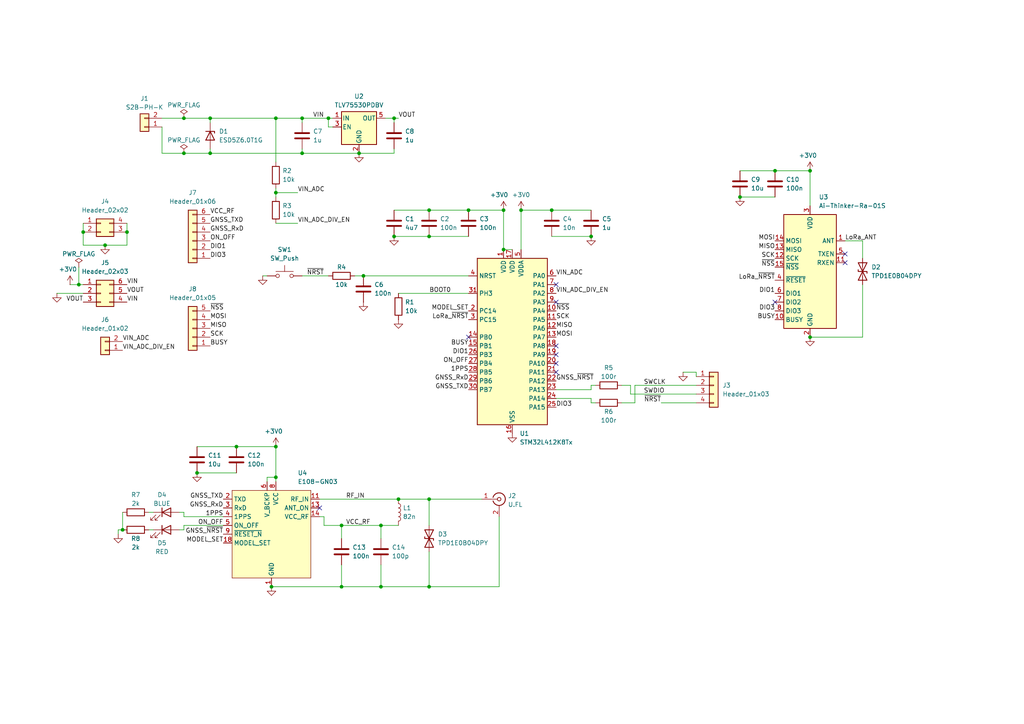
<source format=kicad_sch>
(kicad_sch (version 20250114) (generator "eeschema") (generator_version "9.0")
  (paper "A4")
  (title_block (title "CatLink Tracker Eval") (date "2025-09-01") (rev "v0.2"))
  (lib_symbols
    (symbol "Connector:Conn_Coaxial" (pin_names (offset 1.016) (hide yes))
      (property "Reference" "J" (at 0.254 3.048 0))
      (property "Value" "Conn_Coaxial" (at 2.921 0 90))
      (symbol "Conn_Coaxial_0_1"
        (polyline (pts (xy -2.54 0) (xy -0.508 0)))
        (arc (start 1.778 0) (mid 0.222 -1.8079) (end -1.778 -0.508) (stroke (width 0.254)))
        (arc (start -1.778 0.508) (mid 0.2221 1.8084) (end 1.778 0) (stroke (width 0.254)))
        (circle (center 0 0) (radius 0.508) (stroke (width 0.2032)))
        (polyline (pts (xy 0 -2.54) (xy 0 -1.778)))
      )
      (symbol "Conn_Coaxial_1_1"
        (pin passive line (at -5.08 0 0) (length 2.54) (name "In") (number "1"))
        (pin passive line (at 0 -5.08 90) (length 2.54) (name "Ext") (number "2"))
      )
    )
    (symbol "Connector_Generic:Conn_01x02" (pin_names (offset 1.016) (hide yes))
      (property "Reference" "J" (at 0 2.54 0))
      (property "Value" "Conn_01x02" (at 0 -5.08 0))
      (symbol "Conn_01x02_1_1"
        (rectangle (start -1.27 1.27) (end 1.27 -3.81) (stroke (width 0.254)) (fill (type background)))
        (rectangle (start -1.27 0.127) (end 0 -0.127) (stroke (width 0.1524)))
        (rectangle (start -1.27 -2.413) (end 0 -2.667) (stroke (width 0.1524)))
        (pin passive line (at -5.08 0 0) (length 3.81) (name "Pin_1") (number "1"))
        (pin passive line (at -5.08 -2.54 0) (length 3.81) (name "Pin_2") (number "2"))
      )
    )
    (symbol "Connector_Generic:Conn_01x04" (pin_names (offset 1.016) (hide yes))
      (property "Reference" "J" (at 0 5.08 0))
      (property "Value" "Conn_01x04" (at 0 -7.62 0))
      (symbol "Conn_01x04_1_1"
        (rectangle (start -1.27 3.81) (end 1.27 -6.35) (stroke (width 0.254)) (fill (type background)))
        (rectangle (start -1.27 2.667) (end 0 2.413) (stroke (width 0.1524)))
        (rectangle (start -1.27 0.127) (end 0 -0.127) (stroke (width 0.1524)))
        (rectangle (start -1.27 -2.413) (end 0 -2.667) (stroke (width 0.1524)))
        (rectangle (start -1.27 -4.953) (end 0 -5.207) (stroke (width 0.1524)))
        (pin passive line (at -5.08 2.54 0) (length 3.81) (name "Pin_1") (number "1"))
        (pin passive line (at -5.08 0 0) (length 3.81) (name "Pin_2") (number "2"))
        (pin passive line (at -5.08 -2.54 0) (length 3.81) (name "Pin_3") (number "3"))
        (pin passive line (at -5.08 -5.08 0) (length 3.81) (name "Pin_4") (number "4"))
      )
    )
    (symbol "Connector_Generic:Conn_01x05" (pin_names (offset 1.016) (hide yes))
      (property "Reference" "J" (at 0 7.62 0))
      (property "Value" "Conn_01x05" (at 0 -7.62 0))
      (symbol "Conn_01x05_1_1"
        (rectangle (start -1.27 6.35) (end 1.27 -6.35) (stroke (width 0.254)) (fill (type background)))
        (rectangle (start -1.27 5.207) (end 0 4.953) (stroke (width 0.1524)))
        (rectangle (start -1.27 2.667) (end 0 2.413) (stroke (width 0.1524)))
        (rectangle (start -1.27 0.127) (end 0 -0.127) (stroke (width 0.1524)))
        (rectangle (start -1.27 -2.413) (end 0 -2.667) (stroke (width 0.1524)))
        (rectangle (start -1.27 -4.953) (end 0 -5.207) (stroke (width 0.1524)))
        (pin passive line (at -5.08 5.08 0) (length 3.81) (name "Pin_1") (number "1"))
        (pin passive line (at -5.08 2.54 0) (length 3.81) (name "Pin_2") (number "2"))
        (pin passive line (at -5.08 0 0) (length 3.81) (name "Pin_3") (number "3"))
        (pin passive line (at -5.08 -2.54 0) (length 3.81) (name "Pin_4") (number "4"))
        (pin passive line (at -5.08 -5.08 0) (length 3.81) (name "Pin_5") (number "5"))
      )
    )
    (symbol "Connector_Generic:Conn_01x06" (pin_names (offset 1.016) (hide yes))
      (property "Reference" "J" (at 0 7.62 0))
      (property "Value" "Conn_01x06" (at 0 -10.16 0))
      (symbol "Conn_01x06_1_1"
        (rectangle (start -1.27 6.35) (end 1.27 -8.89) (stroke (width 0.254)) (fill (type background)))
        (rectangle (start -1.27 5.207) (end 0 4.953) (stroke (width 0.1524)))
        (rectangle (start -1.27 2.667) (end 0 2.413) (stroke (width 0.1524)))
        (rectangle (start -1.27 0.127) (end 0 -0.127) (stroke (width 0.1524)))
        (rectangle (start -1.27 -2.413) (end 0 -2.667) (stroke (width 0.1524)))
        (rectangle (start -1.27 -4.953) (end 0 -5.207) (stroke (width 0.1524)))
        (rectangle (start -1.27 -7.493) (end 0 -7.747) (stroke (width 0.1524)))
        (pin passive line (at -5.08 5.08 0) (length 3.81) (name "Pin_1") (number "1"))
        (pin passive line (at -5.08 2.54 0) (length 3.81) (name "Pin_2") (number "2"))
        (pin passive line (at -5.08 0 0) (length 3.81) (name "Pin_3") (number "3"))
        (pin passive line (at -5.08 -2.54 0) (length 3.81) (name "Pin_4") (number "4"))
        (pin passive line (at -5.08 -5.08 0) (length 3.81) (name "Pin_5") (number "5"))
        (pin passive line (at -5.08 -7.62 0) (length 3.81) (name "Pin_6") (number "6"))
      )
    )
    (symbol "Connector_Generic:Conn_02x02_Counter_Clockwise" (pin_names (offset 1.016) (hide yes))
      (property "Reference" "J" (at 1.27 2.54 0))
      (property "Value" "Conn_02x02_Counter_Clockwise" (at 1.27 -5.08 0))
      (symbol "Conn_02x02_Counter_Clockwise_1_1"
        (rectangle (start -1.27 1.27) (end 3.81 -3.81) (stroke (width 0.254)) (fill (type background)))
        (rectangle (start -1.27 0.127) (end 0 -0.127) (stroke (width 0.1524)))
        (rectangle (start -1.27 -2.413) (end 0 -2.667) (stroke (width 0.1524)))
        (rectangle (start 3.81 0.127) (end 2.54 -0.127) (stroke (width 0.1524)))
        (rectangle (start 3.81 -2.413) (end 2.54 -2.667) (stroke (width 0.1524)))
        (pin passive line (at -5.08 0 0) (length 3.81) (name "Pin_1") (number "1"))
        (pin passive line (at -5.08 -2.54 0) (length 3.81) (name "Pin_2") (number "2"))
        (pin passive line (at 7.62 0 180) (length 3.81) (name "Pin_4") (number "4"))
        (pin passive line (at 7.62 -2.54 180) (length 3.81) (name "Pin_3") (number "3"))
      )
    )
    (symbol "Connector_Generic:Conn_02x03_Counter_Clockwise" (pin_names (offset 1.016) (hide yes))
      (property "Reference" "J" (at 1.27 5.08 0))
      (property "Value" "Conn_02x03_Counter_Clockwise" (at 1.27 -5.08 0))
      (symbol "Conn_02x03_Counter_Clockwise_1_1"
        (rectangle (start -1.27 3.81) (end 3.81 -3.81) (stroke (width 0.254)) (fill (type background)))
        (rectangle (start -1.27 2.667) (end 0 2.413) (stroke (width 0.1524)))
        (rectangle (start -1.27 0.127) (end 0 -0.127) (stroke (width 0.1524)))
        (rectangle (start -1.27 -2.413) (end 0 -2.667) (stroke (width 0.1524)))
        (rectangle (start 3.81 2.667) (end 2.54 2.413) (stroke (width 0.1524)))
        (rectangle (start 3.81 0.127) (end 2.54 -0.127) (stroke (width 0.1524)))
        (rectangle (start 3.81 -2.413) (end 2.54 -2.667) (stroke (width 0.1524)))
        (pin passive line (at -5.08 2.54 0) (length 3.81) (name "Pin_1") (number "1"))
        (pin passive line (at -5.08 0 0) (length 3.81) (name "Pin_2") (number "2"))
        (pin passive line (at -5.08 -2.54 0) (length 3.81) (name "Pin_3") (number "3"))
        (pin passive line (at 7.62 2.54 180) (length 3.81) (name "Pin_6") (number "6"))
        (pin passive line (at 7.62 0 180) (length 3.81) (name "Pin_5") (number "5"))
        (pin passive line (at 7.62 -2.54 180) (length 3.81) (name "Pin_4") (number "4"))
      )
    )
    (symbol "Custom:Ai-Thinker-Ra-01S"
      (property "Reference" "U" (at -7.62 17.78 0))
      (property "Value" "Ai-Thinker-Ra-01S" (at 13.462 17.78 0))
      (symbol "Ai-Thinker-Ra-01S_0_1"
        (rectangle (start -7.62 16.51) (end 7.62 -16.51) (stroke (width 0.254)) (fill (type background)))
      )
      (symbol "Ai-Thinker-Ra-01S_1_0"
        (pin passive line (at 10.16 8.89 180) (length 2.54) (name "ANT") (number "1"))
      )
      (symbol "Ai-Thinker-Ra-01S_1_1"
        (pin input line (at -10.16 8.89 0) (length 2.54) (name "MOSI") (number "14"))
        (pin output line (at -10.16 6.35 0) (length 2.54) (name "MISO") (number "13"))
        (pin input line (at -10.16 3.81 0) (length 2.54) (name "SCK") (number "12"))
        (pin input line (at -10.16 1.27 0) (length 2.54) (name "~{NSS}") (number "15"))
        (pin input line (at -10.16 -2.54 0) (length 2.54) (name "~{RESET}") (number "4"))
        (pin output line (at -10.16 -6.35 0) (length 2.54) (name "DIO1") (number "6"))
        (pin bidirectional line (at -10.16 -8.89 0) (length 2.54) (name "DIO2") (number "7"))
        (pin output line (at -10.16 -11.43 0) (length 2.54) (name "DIO3") (number "8"))
        (pin output line (at -10.16 -13.97 0) (length 2.54) (name "BUSY") (number "10"))
        (pin power_in line (at 0 19.05 270) (length 2.54) (name "VDD") (number "3"))
        (pin passive line (at 0 -19.05 90) (length 2.54) (hide yes) (name "GND") (number "16"))
        (pin power_in line (at 0 -19.05 90) (length 2.54) (name "GND") (number "2"))
        (pin passive line (at 0 -19.05 90) (length 2.54) (hide yes) (name "GND") (number "9"))
        (pin bidirectional line (at 10.16 5.08 180) (length 2.54) (name "TXEN") (number "5"))
        (pin bidirectional line (at 10.16 2.54 180) (length 2.54) (name "RXEN") (number "11"))
      )
    )
    (symbol "Custom:E108-GN03"
      (property "Reference" "U" (at -11.43 13.97 0))
      (property "Value" "E108-GN03" (at 13.97 13.97 0))
      (symbol "E108-GN03_1_0"
        (pin no_connect line (at 13.97 2.54 180) (length 2.54) (hide yes) (name "NC") (number "7"))
        (pin no_connect line (at 13.97 0 180) (length 2.54) (hide yes) (name "NC") (number "15"))
        (pin no_connect line (at 13.97 -2.54 180) (length 2.54) (hide yes) (name "NC") (number "16"))
        (pin no_connect line (at 13.97 -5.08 180) (length 2.54) (hide yes) (name "NC") (number "17"))
      )
      (symbol "E108-GN03_1_1"
        (rectangle (start -11.43 12.7) (end 11.43 -12.7) (fill (type color) (color 255 255 194 1)))
        (pin output line (at -13.97 10.16 0) (length 2.54) (name "TXD") (number "2"))
        (pin input line (at -13.97 7.62 0) (length 2.54) (name "RxD") (number "3"))
        (pin output line (at -13.97 5.08 0) (length 2.54) (name "1PPS") (number "4"))
        (pin input line (at -13.97 2.54 0) (length 2.54) (name "ON_OFF") (number "5"))
        (pin input line (at -13.97 0 0) (length 2.54) (name "~{RESET_N}") (number "9"))
        (pin input line (at -13.97 -2.54 0) (length 2.54) (name "MODEL_SET") (number "18"))
        (pin power_in line (at -1.27 15.24 270) (length 2.54) (name "V_BCKP") (number "6"))
        (pin power_in line (at 0 -15.24 90) (length 2.54) (name "GND") (number "1"))
        (pin passive line (at 0 -15.24 90) (length 2.54) (hide yes) (name "GND") (number "10"))
        (pin passive line (at 0 -15.24 90) (length 2.54) (hide yes) (name "GND") (number "12"))
        (pin power_in line (at 1.27 15.24 270) (length 2.54) (name "VCC") (number "8"))
        (pin input line (at 13.97 10.16 180) (length 2.54) (name "RF_IN") (number "11"))
        (pin output line (at 13.97 7.62 180) (length 2.54) (name "ANT_ON") (number "13"))
        (pin power_out line (at 13.97 5.08 180) (length 2.54) (name "VCC_RF") (number "14"))
      )
    )
    (symbol "Device:C" (pin_numbers (hide yes)) (pin_names (offset 0.254))
      (property "Reference" "C" (at 0.635 2.54 0))
      (property "Value" "C" (at 0.635 -2.54 0))
      (symbol "C_0_1"
        (polyline (pts (xy -2.032 0.762) (xy 2.032 0.762)) (stroke (width 0.508)))
        (polyline (pts (xy -2.032 -0.762) (xy 2.032 -0.762)) (stroke (width 0.508)))
      )
      (symbol "C_1_1"
        (pin passive line (at 0 3.81 270) (length 2.794) (name "~") (number "1"))
        (pin passive line (at 0 -3.81 90) (length 2.794) (name "~") (number "2"))
      )
    )
    (symbol "Device:D_TVS" (pin_numbers (hide yes)) (pin_names (offset 1.016) (hide yes))
      (property "Reference" "D" (at 0 2.54 0))
      (property "Value" "D_TVS" (at 0 -2.54 0))
      (symbol "D_TVS_0_1"
        (polyline (pts (xy -2.54 1.27) (xy -2.54 -1.27) (xy 2.54 1.27) (xy 2.54 -1.27) (xy -2.54 1.27)) (stroke (width 0.254)))
        (polyline (pts (xy 0.508 1.27) (xy 0 1.27) (xy 0 -1.27) (xy -0.508 -1.27)) (stroke (width 0.254)))
        (polyline (pts (xy 1.27 0) (xy -1.27 0)))
      )
      (symbol "D_TVS_1_1"
        (pin passive line (at -3.81 0 0) (length 2.54) (name "A1") (number "1"))
        (pin passive line (at 3.81 0 180) (length 2.54) (name "A2") (number "2"))
      )
    )
    (symbol "Device:D_Zener" (pin_numbers (hide yes)) (pin_names (offset 1.016) (hide yes))
      (property "Reference" "D" (at 0 2.54 0))
      (property "Value" "D_Zener" (at 0 -2.54 0))
      (symbol "D_Zener_0_1"
        (polyline (pts (xy -1.27 -1.27) (xy -1.27 1.27) (xy -0.762 1.27)) (stroke (width 0.254)))
        (polyline (pts (xy 1.27 0) (xy -1.27 0)))
        (polyline (pts (xy 1.27 -1.27) (xy 1.27 1.27) (xy -1.27 0) (xy 1.27 -1.27)) (stroke (width 0.254)))
      )
      (symbol "D_Zener_1_1"
        (pin passive line (at -3.81 0 0) (length 2.54) (name "K") (number "1"))
        (pin passive line (at 3.81 0 180) (length 2.54) (name "A") (number "2"))
      )
    )
    (symbol "Device:L" (pin_numbers (hide yes)) (pin_names (offset 1.016) (hide yes))
      (property "Reference" "L" (at -1.27 0 90))
      (property "Value" "L" (at 1.905 0 90))
      (symbol "L_0_1"
        (arc (start 0 2.54) (mid 0.6323 1.905) (end 0 1.27))
        (arc (start 0 1.27) (mid 0.6323 0.635) (end 0 0))
        (arc (start 0 0) (mid 0.6323 -0.635) (end 0 -1.27))
        (arc (start 0 -1.27) (mid 0.6323 -1.905) (end 0 -2.54))
      )
      (symbol "L_1_1"
        (pin passive line (at 0 3.81 270) (length 1.27) (name "1") (number "1"))
        (pin passive line (at 0 -3.81 90) (length 1.27) (name "2") (number "2"))
      )
    )
    (symbol "Device:LED" (pin_numbers (hide yes)) (pin_names (offset 1.016) (hide yes))
      (property "Reference" "D" (at 0 2.54 0))
      (property "Value" "LED" (at 0 -2.54 0))
      (symbol "LED_0_1"
        (polyline (pts (xy -3.048 -0.762) (xy -4.572 -2.286) (xy -3.81 -2.286) (xy -4.572 -2.286) (xy -4.572 -1.524)))
        (polyline (pts (xy -1.778 -0.762) (xy -3.302 -2.286) (xy -2.54 -2.286) (xy -3.302 -2.286) (xy -3.302 -1.524)))
        (polyline (pts (xy -1.27 0) (xy 1.27 0)))
        (polyline (pts (xy -1.27 -1.27) (xy -1.27 1.27)) (stroke (width 0.254)))
        (polyline (pts (xy 1.27 -1.27) (xy 1.27 1.27) (xy -1.27 0) (xy 1.27 -1.27)) (stroke (width 0.254)))
      )
      (symbol "LED_1_1"
        (pin passive line (at -3.81 0 0) (length 2.54) (name "K") (number "1"))
        (pin passive line (at 3.81 0 180) (length 2.54) (name "A") (number "2"))
      )
    )
    (symbol "Device:R" (pin_numbers (hide yes)) (pin_names (offset 0))
      (property "Reference" "R" (at 2.032 0 90))
      (property "Value" "R" (at 0 0 90))
      (symbol "R_0_1"
        (rectangle (start -1.016 -2.54) (end 1.016 2.54) (stroke (width 0.254)))
      )
      (symbol "R_1_1"
        (pin passive line (at 0 3.81 270) (length 1.27) (name "~") (number "1"))
        (pin passive line (at 0 -3.81 90) (length 1.27) (name "~") (number "2"))
      )
    )
    (symbol "MCU_ST_STM32L4:STM32L412K8Tx"
      (property "Reference" "U" (at -10.16 26.67 0))
      (property "Value" "STM32L412K8Tx" (at 5.08 26.67 0))
      (symbol "STM32L412K8Tx_0_1"
        (rectangle (start -10.16 -22.86) (end 10.16 25.4) (stroke (width 0.254)) (fill (type background)))
      )
      (symbol "STM32L412K8Tx_1_1"
        (pin input line (at -12.7 20.32 0) (length 2.54) (name "NRST") (number "4"))
        (pin bidirectional line (at -12.7 15.24 0) (length 2.54) (name "PH3") (number "31"))
        (pin bidirectional line (at -12.7 10.16 0) (length 2.54) (name "PC14") (number "2"))
        (pin bidirectional line (at -12.7 7.62 0) (length 2.54) (name "PC15") (number "3"))
        (pin bidirectional line (at -12.7 2.54 0) (length 2.54) (name "PB0") (number "14"))
        (pin bidirectional line (at -12.7 0 0) (length 2.54) (name "PB1") (number "15"))
        (pin bidirectional line (at -12.7 -2.54 0) (length 2.54) (name "PB3") (number "26"))
        (pin bidirectional line (at -12.7 -5.08 0) (length 2.54) (name "PB4") (number "27"))
        (pin bidirectional line (at -12.7 -7.62 0) (length 2.54) (name "PB5") (number "28"))
        (pin bidirectional line (at -12.7 -10.16 0) (length 2.54) (name "PB6") (number "29"))
        (pin bidirectional line (at -12.7 -12.7 0) (length 2.54) (name "PB7") (number "30"))
        (pin power_in line (at -2.54 27.94 270) (length 2.54) (name "VDD") (number "1"))
        (pin power_in line (at 0 27.94 270) (length 2.54) (name "VDD") (number "17"))
        (pin power_in line (at 0 -25.4 90) (length 2.54) (name "VSS") (number "16"))
        (pin passive line (at 0 -25.4 90) (length 2.54) (hide yes) (name "VSS") (number "32"))
        (pin power_in line (at 2.54 27.94 270) (length 2.54) (name "VDDA") (number "5"))
        (pin bidirectional line (at 12.7 20.32 180) (length 2.54) (name "PA0") (number "6"))
        (pin bidirectional line (at 12.7 17.78 180) (length 2.54) (name "PA1") (number "7"))
        (pin bidirectional line (at 12.7 15.24 180) (length 2.54) (name "PA2") (number "8"))
        (pin bidirectional line (at 12.7 12.7 180) (length 2.54) (name "PA3") (number "9"))
        (pin bidirectional line (at 12.7 10.16 180) (length 2.54) (name "PA4") (number "10"))
        (pin bidirectional line (at 12.7 7.62 180) (length 2.54) (name "PA5") (number "11"))
        (pin bidirectional line (at 12.7 5.08 180) (length 2.54) (name "PA6") (number "12"))
        (pin bidirectional line (at 12.7 2.54 180) (length 2.54) (name "PA7") (number "13"))
        (pin bidirectional line (at 12.7 0 180) (length 2.54) (name "PA8") (number "18"))
        (pin bidirectional line (at 12.7 -2.54 180) (length 2.54) (name "PA9") (number "19"))
        (pin bidirectional line (at 12.7 -5.08 180) (length 2.54) (name "PA10") (number "20"))
        (pin bidirectional line (at 12.7 -7.62 180) (length 2.54) (name "PA11") (number "21"))
        (pin bidirectional line (at 12.7 -10.16 180) (length 2.54) (name "PA12") (number "22"))
        (pin bidirectional line (at 12.7 -12.7 180) (length 2.54) (name "PA13") (number "23"))
        (pin bidirectional line (at 12.7 -15.24 180) (length 2.54) (name "PA14") (number "24"))
        (pin bidirectional line (at 12.7 -17.78 180) (length 2.54) (name "PA15") (number "25"))
      )
    )
    (symbol "Regulator_Linear:TLV75530PDBV" (pin_names (offset 0.254))
      (property "Reference" "U" (at -3.81 5.715 0))
      (property "Value" "TLV75530PDBV" (at 0 5.715 0))
      (symbol "TLV75530PDBV_0_1"
        (rectangle (start -5.08 4.445) (end 5.08 -5.08) (stroke (width 0.254)) (fill (type background)))
      )
      (symbol "TLV75530PDBV_1_1"
        (pin power_in line (at -7.62 2.54 0) (length 2.54) (name "IN") (number "1"))
        (pin input line (at -7.62 0 0) (length 2.54) (name "EN") (number "3"))
        (pin power_in line (at 0 -7.62 90) (length 2.54) (name "GND") (number "2"))
        (pin no_connect line (at 5.08 0 180) (length 2.54) (hide yes) (name "NC") (number "4"))
        (pin power_out line (at 7.62 2.54 180) (length 2.54) (name "OUT") (number "5"))
      )
    )
    (symbol "Switch:SW_Push" (pin_numbers (hide yes)) (pin_names (offset 1.016) (hide yes))
      (property "Reference" "SW" (at 1.27 2.54 0))
      (property "Value" "SW_Push" (at 0 -1.524 0))
      (symbol "SW_Push_0_1"
        (circle (center -2.032 0) (radius 0.508))
        (polyline (pts (xy 0 1.27) (xy 0 3.048)))
        (circle (center 2.032 0) (radius 0.508))
        (polyline (pts (xy 2.54 1.27) (xy -2.54 1.27)))
        (pin passive line (at -5.08 0 0) (length 2.54) (name "1") (number "1"))
        (pin passive line (at 5.08 0 180) (length 2.54) (name "2") (number "2"))
      )
    )
    (symbol "power:+3V0" (power) (pin_numbers (hide yes)) (pin_names (offset 0) (hide yes))
      (property "Value" "+3V0" (at 0 3.556 0))
      (symbol "+3V0_0_1"
        (polyline (pts (xy -0.762 1.27) (xy 0 2.54)))
        (polyline (pts (xy 0 2.54) (xy 0.762 1.27)))
        (polyline (pts (xy 0 0) (xy 0 2.54)))
      )
      (symbol "+3V0_1_1"
        (pin power_in line (at 0 0 90) (length 0) (name "~") (number "1"))
      )
    )
    (symbol "power:GND" (power) (pin_numbers (hide yes)) (pin_names (offset 0) (hide yes))
      (property "Value" "GND" (at 0 -3.81 0))
      (symbol "GND_0_1"
        (polyline (pts (xy 0 0) (xy 0 -1.27) (xy 1.27 -1.27) (xy 0 -2.54) (xy -1.27 -1.27) (xy 0 -1.27)))
      )
      (symbol "GND_1_1"
        (pin power_in line (at 0 0 270) (length 0) (name "~") (number "1"))
      )
    )
    (symbol "power:PWR_FLAG" (power) (pin_numbers (hide yes)) (pin_names (offset 0) (hide yes))
      (property "Value" "PWR_FLAG" (at 0 3.81 0))
      (symbol "PWR_FLAG_0_0"
        (pin power_out line (at 0 0 90) (length 0) (name "~") (number "1"))
      )
      (symbol "PWR_FLAG_0_1"
        (polyline (pts (xy 0 0) (xy 0 1.27) (xy -1.016 1.905) (xy 0 2.54) (xy 1.016 1.905) (xy 0 1.27)))
      )
    )
  )
  (junction (at 114.3 68.58))
  (junction (at 95.25 34.29))
  (junction (at 110.49 152.4))
  (junction (at 60.96 34.29))
  (junction (at 124.46 68.58))
  (junction (at 124.46 144.78))
  (junction (at 24.13 67.31))
  (junction (at 224.79 49.53))
  (junction (at 99.06 170.18))
  (junction (at 35.56 153.67))
  (junction (at 80.01 55.88))
  (junction (at 214.63 57.15))
  (junction (at 124.46 170.18))
  (junction (at 151.13 60.96))
  (junction (at 99.06 152.4))
  (junction (at 53.34 34.29))
  (junction (at 36.83 67.31))
  (junction (at 87.63 34.29))
  (junction (at 160.02 60.96))
  (junction (at 146.05 60.96))
  (junction (at 171.45 68.58))
  (junction (at 105.41 80.01))
  (junction (at 115.57 144.78))
  (junction (at 234.95 49.53))
  (junction (at 80.01 129.54))
  (junction (at 80.01 138.43))
  (junction (at 110.49 170.18))
  (junction (at 22.86 82.55))
  (junction (at 57.15 137.16))
  (junction (at 30.48 71.12))
  (junction (at 234.95 97.79))
  (junction (at 53.34 44.45))
  (junction (at 135.89 60.96))
  (junction (at 78.74 170.18))
  (junction (at 104.14 44.45))
  (junction (at 87.63 44.45))
  (junction (at 146.05 72.39))
  (junction (at 80.01 34.29))
  (junction (at 124.46 60.96))
  (junction (at 60.96 44.45))
  (junction (at 114.3 34.29))
  (junction (at 68.58 129.54))
  (no_connect (at 245.11 73.66))
  (no_connect (at 161.29 100.33))
  (no_connect (at 92.71 147.32))
  (no_connect (at 161.29 82.55))
  (no_connect (at 224.79 87.63))
  (no_connect (at 161.29 87.63))
  (no_connect (at 161.29 107.95))
  (no_connect (at 161.29 102.87))
  (no_connect (at 245.11 76.2))
  (no_connect (at 135.89 97.79))
  (no_connect (at 161.29 105.41))
  (wire (pts (xy 80.01 34.29) (xy 80.01 46.99)))
  (wire (pts (xy 99.06 156.21) (xy 99.06 152.4)))
  (wire (pts (xy 180.34 116.84) (xy 184.15 116.84)))
  (wire (pts (xy 114.3 44.45) (xy 104.14 44.45)))
  (wire (pts (xy 60.96 43.18) (xy 60.96 44.45)))
  (wire (pts (xy 184.15 111.76) (xy 201.93 111.76)))
  (wire (pts (xy 171.45 115.57) (xy 161.29 115.57)))
  (wire (pts (xy 144.78 149.86) (xy 144.78 170.18)))
  (wire (pts (xy 35.56 148.59) (xy 35.56 153.67)))
  (wire (pts (xy 87.63 43.18) (xy 87.63 44.45)))
  (wire (pts (xy 146.05 60.96) (xy 146.05 72.39)))
  (wire (pts (xy 110.49 156.21) (xy 110.49 152.4)))
  (wire (pts (xy 99.06 163.83) (xy 99.06 170.18)))
  (wire (pts (xy 180.34 111.76) (xy 182.88 111.76)))
  (wire (pts (xy 124.46 144.78) (xy 124.46 152.4)))
  (wire (pts (xy 80.01 55.88) (xy 80.01 54.61)))
  (wire (pts (xy 105.41 80.01) (xy 135.89 80.01)))
  (wire (pts (xy 198.12 107.95) (xy 201.93 107.95)))
  (wire (pts (xy 36.83 64.77) (xy 36.83 67.31)))
  (wire (pts (xy 24.13 67.31) (xy 24.13 71.12)))
  (wire (pts (xy 124.46 160.02) (xy 124.46 170.18)))
  (wire (pts (xy 171.45 111.76) (xy 171.45 113.03)))
  (wire (pts (xy 110.49 163.83) (xy 110.49 170.18)))
  (wire (pts (xy 135.89 60.96) (xy 146.05 60.96)))
  (wire (pts (xy 64.77 149.86) (xy 53.34 149.86)))
  (wire (pts (xy 234.95 97.79) (xy 250.19 97.79)))
  (wire (pts (xy 57.15 129.54) (xy 68.58 129.54)))
  (wire (pts (xy 114.3 34.29) (xy 115.57 34.29)))
  (wire (pts (xy 93.98 152.4) (xy 99.06 152.4)))
  (wire (pts (xy 53.34 34.29) (xy 60.96 34.29)))
  (wire (pts (xy 22.86 82.55) (xy 24.13 82.55)))
  (wire (pts (xy 93.98 149.86) (xy 92.71 149.86)))
  (wire (pts (xy 182.88 111.76) (xy 182.88 114.3)))
  (wire (pts (xy 24.13 71.12) (xy 30.48 71.12)))
  (wire (pts (xy 214.63 49.53) (xy 224.79 49.53)))
  (wire (pts (xy 77.47 139.7) (xy 77.47 138.43)))
  (wire (pts (xy 20.32 82.55) (xy 22.86 82.55)))
  (wire (pts (xy 57.15 137.16) (xy 68.58 137.16)))
  (wire (pts (xy 171.45 116.84) (xy 172.72 116.84)))
  (wire (pts (xy 93.98 149.86) (xy 93.98 152.4)))
  (wire (pts (xy 53.34 149.86) (xy 53.34 148.59)))
  (wire (pts (xy 115.57 85.09) (xy 135.89 85.09)))
  (wire (pts (xy 160.02 68.58) (xy 171.45 68.58)))
  (wire (pts (xy 34.29 153.67) (xy 34.29 154.94)))
  (wire (pts (xy 77.47 138.43) (xy 80.01 138.43)))
  (wire (pts (xy 87.63 80.01) (xy 95.25 80.01)))
  (wire (pts (xy 114.3 34.29) (xy 111.76 34.29)))
  (wire (pts (xy 110.49 170.18) (xy 124.46 170.18)))
  (wire (pts (xy 76.2 80.01) (xy 77.47 80.01)))
  (wire (pts (xy 80.01 138.43) (xy 80.01 139.7)))
  (wire (pts (xy 171.45 116.84) (xy 171.45 115.57)))
  (wire (pts (xy 99.06 170.18) (xy 110.49 170.18)))
  (wire (pts (xy 102.87 80.01) (xy 105.41 80.01)))
  (wire (pts (xy 60.96 35.56) (xy 60.96 34.29)))
  (wire (pts (xy 110.49 152.4) (xy 115.57 152.4)))
  (wire (pts (xy 115.57 144.78) (xy 124.46 144.78)))
  (wire (pts (xy 46.99 44.45) (xy 53.34 44.45)))
  (wire (pts (xy 68.58 129.54) (xy 80.01 129.54)))
  (wire (pts (xy 144.78 170.18) (xy 124.46 170.18)))
  (wire (pts (xy 87.63 35.56) (xy 87.63 34.29)))
  (wire (pts (xy 184.15 116.84) (xy 184.15 111.76)))
  (wire (pts (xy 86.36 55.88) (xy 80.01 55.88)))
  (wire (pts (xy 99.06 152.4) (xy 110.49 152.4)))
  (wire (pts (xy 124.46 68.58) (xy 135.89 68.58)))
  (wire (pts (xy 34.29 153.67) (xy 35.56 153.67)))
  (wire (pts (xy 245.11 69.85) (xy 250.19 69.85)))
  (wire (pts (xy 95.25 36.83) (xy 95.25 34.29)))
  (wire (pts (xy 160.02 60.96) (xy 171.45 60.96)))
  (wire (pts (xy 60.96 44.45) (xy 87.63 44.45)))
  (wire (pts (xy 53.34 153.67) (xy 52.07 153.67)))
  (wire (pts (xy 171.45 111.76) (xy 172.72 111.76)))
  (wire (pts (xy 96.52 36.83) (xy 95.25 36.83)))
  (wire (pts (xy 16.51 85.09) (xy 24.13 85.09)))
  (wire (pts (xy 114.3 35.56) (xy 114.3 34.29)))
  (wire (pts (xy 46.99 34.29) (xy 53.34 34.29)))
  (wire (pts (xy 36.83 67.31) (xy 36.83 71.12)))
  (wire (pts (xy 124.46 60.96) (xy 135.89 60.96)))
  (wire (pts (xy 151.13 60.96) (xy 160.02 60.96)))
  (wire (pts (xy 191.77 116.84) (xy 201.93 116.84)))
  (wire (pts (xy 114.3 68.58) (xy 124.46 68.58)))
  (wire (pts (xy 250.19 69.85) (xy 250.19 74.93)))
  (wire (pts (xy 80.01 64.77) (xy 86.36 64.77)))
  (wire (pts (xy 151.13 60.96) (xy 151.13 72.39)))
  (wire (pts (xy 44.45 153.67) (xy 43.18 153.67)))
  (wire (pts (xy 214.63 57.15) (xy 224.79 57.15)))
  (wire (pts (xy 95.25 34.29) (xy 96.52 34.29)))
  (wire (pts (xy 87.63 44.45) (xy 104.14 44.45)))
  (wire (pts (xy 182.88 114.3) (xy 201.93 114.3)))
  (wire (pts (xy 78.74 170.18) (xy 99.06 170.18)))
  (wire (pts (xy 80.01 34.29) (xy 87.63 34.29)))
  (wire (pts (xy 234.95 49.53) (xy 234.95 59.69)))
  (wire (pts (xy 24.13 64.77) (xy 24.13 67.31)))
  (wire (pts (xy 64.77 152.4) (xy 53.34 152.4)))
  (wire (pts (xy 114.3 60.96) (xy 124.46 60.96)))
  (wire (pts (xy 80.01 129.54) (xy 80.01 138.43)))
  (wire (pts (xy 250.19 82.55) (xy 250.19 97.79)))
  (wire (pts (xy 53.34 148.59) (xy 52.07 148.59)))
  (wire (pts (xy 146.05 72.39) (xy 148.59 72.39)))
  (wire (pts (xy 201.93 107.95) (xy 201.93 109.22)))
  (wire (pts (xy 80.01 57.15) (xy 80.01 55.88)))
  (wire (pts (xy 224.79 49.53) (xy 234.95 49.53)))
  (wire (pts (xy 53.34 44.45) (xy 60.96 44.45)))
  (wire (pts (xy 92.71 144.78) (xy 115.57 144.78)))
  (wire (pts (xy 44.45 148.59) (xy 43.18 148.59)))
  (wire (pts (xy 114.3 43.18) (xy 114.3 44.45)))
  (wire (pts (xy 46.99 36.83) (xy 46.99 44.45)))
  (wire (pts (xy 171.45 113.03) (xy 161.29 113.03)))
  (wire (pts (xy 124.46 144.78) (xy 139.7 144.78)))
  (wire (pts (xy 22.86 77.47) (xy 22.86 82.55)))
  (wire (pts (xy 87.63 34.29) (xy 95.25 34.29)))
  (wire (pts (xy 53.34 152.4) (xy 53.34 153.67)))
  (wire (pts (xy 36.83 71.12) (xy 30.48 71.12)))
  (wire (pts (xy 60.96 34.29) (xy 80.01 34.29)))
  (label "GNSS_TXD" (at 135.89 113.03 180))
  (label "VIN" (at 36.83 82.55 0))
  (label "~{NRST}" (at 93.98 80.01 180))
  (label "GNSS_RxD" (at 60.96 67.31 0))
  (label "VCC_RF" (at 60.96 62.23 0))
  (label "VOUT" (at 24.13 87.63 180))
  (label "VIN_ADC_DIV_EN" (at 161.29 85.09 0))
  (label "GNSS_TXD" (at 60.96 64.77 0))
  (label "DIO3" (at 60.96 74.93 0))
  (label "BUSY" (at 224.79 92.71 180))
  (label "SWCLK" (at 186.69 111.76 0))
  (label "DIO3" (at 161.29 118.11 0))
  (label "SCK" (at 224.79 74.93 180))
  (label "SCK" (at 60.96 97.79 0))
  (label "~{NSS}" (at 161.29 90.17 0))
  (label "MISO" (at 224.79 72.39 180))
  (label "MISO" (at 60.96 95.25 0))
  (label "VIN_ADC" (at 35.56 99.06 0))
  (label "RF_IN" (at 100.33 144.78 0))
  (label "VOUT" (at 115.57 34.29 0))
  (label "LoRa_~{NRST}" (at 135.89 92.71 180))
  (label "GNSS_~{NRST}" (at 64.77 154.94 180))
  (label "ON_OFF" (at 135.89 105.41 180))
  (label "DIO3" (at 224.79 90.17 180))
  (label "VOUT" (at 36.83 85.09 0))
  (label "VIN" (at 93.98 34.29 180))
  (label "MOSI" (at 60.96 92.71 0))
  (label "VCC_RF" (at 100.33 152.4 0))
  (label "BUSY" (at 135.89 100.33 180))
  (label "1PPS" (at 64.77 149.86 180))
  (label "1PPS" (at 135.89 107.95 180))
  (label "MOSI" (at 224.79 69.85 180))
  (label "VIN_ADC" (at 161.29 80.01 0))
  (label "DIO1" (at 224.79 85.09 180))
  (label "~{NSS}" (at 224.79 77.47 180))
  (label "MOSI" (at 161.29 97.79 0))
  (label "GNSS_~{NRST}" (at 161.29 110.49 0))
  (label "VIN" (at 36.83 87.63 0))
  (label "GNSS_RxD" (at 135.89 110.49 180))
  (label "LoRa_~{NRST}" (at 224.79 81.28 180))
  (label "GNSS_TXD" (at 64.77 144.78 180))
  (label "SWDIO" (at 186.69 114.3 0))
  (label "BUSY" (at 60.96 100.33 0))
  (label "~{NSS}" (at 60.96 90.17 0))
  (label "VIN_ADC_DIV_EN" (at 35.56 101.6 0))
  (label "VIN_ADC" (at 86.36 55.88 0))
  (label "DIO1" (at 135.89 102.87 180))
  (label "MODEL_SET" (at 64.77 157.48 180))
  (label "MISO" (at 161.29 95.25 0))
  (label "VIN_ADC_DIV_EN" (at 86.36 64.77 0))
  (label "ON_OFF" (at 60.96 69.85 0))
  (label "BOOT0" (at 130.81 85.09 180))
  (label "SCK" (at 161.29 92.71 0))
  (label "ON_OFF" (at 64.77 152.4 180))
  (label "DIO1" (at 60.96 72.39 0))
  (label "LoRa_ANT" (at 245.11 69.85 0))
  (label "~{NRST}" (at 191.77 116.84 180))
  (label "MODEL_SET" (at 135.89 90.17 180))
  (label "GNSS_RxD" (at 64.77 147.32 180))
  (symbol (lib_id "Device:R") (at 80.01 60.96 0) (unit 1)
    (property "Reference" "R3" (at 81.915 59.6899 0) (effects (justify left)))
    (property "Value" "10k" (at 81.915 62.2299 0) (effects (justify left)))
    (property "Footprint" "Custom:R_0603_1608Metric" (effects (hide yes)))
    (property "Description" "Resistor" (effects (hide yes)))
  )
  (symbol (lib_id "Device:R") (at 115.57 88.9 0) (unit 1)
    (property "Reference" "R1" (at 117.475 87.6299 0) (effects (justify left)))
    (property "Value" "10k" (at 117.475 90.1699 0) (effects (justify left)))
    (property "Footprint" "Custom:R_0603_1608Metric" (effects (hide yes)))
    (property "Description" "Resistor" (effects (hide yes)))
  )
  (symbol (lib_id "Custom:E108-GN03") (at 78.74 154.94 0) (unit 1)
    (property "Reference" "U4" (at 86.36 137.16 0) (effects (justify left)))
    (property "Value" "E108-GN03" (at 86.36 139.7 0) (effects (justify left)))
    (property "Footprint" "Custom:E108-GN03" (effects (hide yes)))
  )
  (symbol (lib_id "Device:LED") (at 48.26 153.67 0) (unit 1)
    (property "Reference" "D5" (at 46.99 157.48 0))
    (property "Value" "RED" (at 46.99 160.02 0))
    (property "Footprint" "LED_THT:LED_D3.0mm" (effects (hide yes)))
    (property "Description" "Light emitting diode" (effects (hide yes)))
    (property "Sim.Pins" "1=K 2=A" (effects (hide yes)))
  )
  (symbol (lib_id "Device:R") (at 39.37 148.59 90) (unit 1)
    (property "Reference" "R7" (at 39.37 143.51 90))
    (property "Value" "2k" (at 39.37 146.05 90))
    (property "Footprint" "Resistor_THT:R_Axial_DIN0204_L3.6mm_D1.6mm_P1.90mm_Vertical" (effects (hide yes)))
    (property "Description" "Resistor" (effects (hide yes)))
  )
  (symbol (lib_id "Switch:SW_Push") (at 82.55 80.01 0) (unit 1)
    (property "Reference" "SW1" (at 82.55 72.39 0))
    (property "Value" "SW_Push" (at 82.55 74.93 0))
    (property "Footprint" "Custom:SW_PUSH_5x7mm" (effects (hide yes)))
    (property "Description" "Push button switch, generic, two pins" (effects (hide yes)))
  )
  (symbol (lib_id "Device:C") (at 87.63 39.37 0) (unit 1)
    (property "Reference" "C7" (at 90.805 38.1 0) (effects (justify left)))
    (property "Value" "1u" (at 90.805 40.64 0) (effects (justify left)))
    (property "Footprint" "Custom:C_0603_1608Metric" (effects (hide yes)))
    (property "Description" "Unpolarized capacitor" (effects (hide yes)))
  )
  (symbol (lib_id "Device:C") (at 68.58 133.35 0) (unit 1)
    (property "Reference" "C12" (at 71.755 132.08 0) (effects (justify left)))
    (property "Value" "100n" (at 71.755 134.62 0) (effects (justify left)))
    (property "Footprint" "Custom:C_0603_1608Metric" (effects (hide yes)))
    (property "Description" "Unpolarized capacitor" (effects (hide yes)))
  )
  (symbol (lib_id "Device:C") (at 171.45 64.77 0) (unit 1)
    (property "Reference" "C5" (at 174.625 63.5 0) (effects (justify left)))
    (property "Value" "1u" (at 174.625 66.04 0) (effects (justify left)))
    (property "Footprint" "Custom:C_0603_1608Metric" (effects (hide yes)))
    (property "Description" "Unpolarized capacitor" (effects (hide yes)))
  )
  (symbol (lib_id "Connector_Generic:Conn_01x05") (at 55.88 95.25 180) (unit 1)
    (property "Reference" "J8" (at 55.88 83.82 0))
    (property "Value" "Header_01x05" (at 55.88 86.36 0))
    (property "Footprint" "Connector_PinHeader_2.54mm:PinHeader_1x05_P2.54mm_Vertical" (effects (hide yes)))
    (property "Description" "Generic connector, single row, 01x05, script generated (kicad-library-utils/schlib/autogen/connector/)" (effects (hide yes)))
  )
  (symbol (lib_id "power:GND") (at 115.57 92.71 0) (unit 1)
    (property "Reference" "#PWR07" (effects (hide yes)))
    (property "Value" "GND" (effects (hide yes)))
    (property "Description" "Power symbol creates a global label with name \"GND\" , ground" (effects (hide yes)))
  )
  (symbol (lib_id "power:GND") (at 104.14 44.45 0) (unit 1)
    (property "Reference" "#PWR08" (effects (hide yes)))
    (property "Value" "GND" (effects (hide yes)))
    (property "Description" "Power symbol creates a global label with name \"GND\" , ground" (effects (hide yes)))
  )
  (symbol (lib_id "Connector_Generic:Conn_01x02") (at 41.91 36.83 180) (unit 1)
    (property "Reference" "J1" (at 41.91 28.575 0))
    (property "Value" "S2B-PH-K" (at 41.91 31.115 0))
    (property "Footprint" "Connector_JST:JST_PH_S2B-PH-K_1x02_P2.00mm_Horizontal" (effects (hide yes)))
    (property "Description" "Generic connector, single row, 01x02, script generated (kicad-library-utils/schlib/autogen/connector/)" (effects (hide yes)))
  )
  (symbol (lib_id "power:+3V0") (at 146.05 60.96 0) (unit 1)
    (property "Reference" "#PWR01" (effects (hide yes)))
    (property "Value" "+3V0" (at 144.78 56.515 0))
    (property "Description" "Power symbol creates a global label with name \"+3V0\"" (effects (hide yes)))
  )
  (symbol (lib_id "power:GND") (at 171.45 68.58 0) (unit 1)
    (property "Reference" "#PWR04" (effects (hide yes)))
    (property "Value" "GND" (effects (hide yes)))
    (property "Description" "Power symbol creates a global label with name \"GND\" , ground" (effects (hide yes)))
  )
  (symbol (lib_id "Device:LED") (at 48.26 148.59 0) (unit 1)
    (property "Reference" "D4" (at 46.99 143.51 0))
    (property "Value" "BLUE" (at 46.99 146.05 0))
    (property "Footprint" "LED_THT:LED_D3.0mm" (effects (hide yes)))
    (property "Description" "Light emitting diode" (effects (hide yes)))
    (property "Sim.Pins" "1=K 2=A" (effects (hide yes)))
  )
  (symbol (lib_id "power:PWR_FLAG") (at 53.34 44.45 0) (unit 1)
    (property "Reference" "#FLG01" (effects (hide yes)))
    (property "Value" "PWR_FLAG" (at 53.34 40.64 0))
    (property "Description" "Special symbol for telling ERC where power comes from" (effects (hide yes)))
  )
  (symbol (lib_id "Device:R") (at 176.53 116.84 90) (unit 1)
    (property "Reference" "R6" (at 176.53 119.38 90))
    (property "Value" "100r" (at 176.53 121.92 90))
    (property "Footprint" "Custom:R_0603_1608Metric" (effects (hide yes)))
    (property "Description" "Resistor" (effects (hide yes)))
  )
  (symbol (lib_id "Device:C") (at 124.46 64.77 0) (unit 1)
    (property "Reference" "C2" (at 127.635 63.5 0) (effects (justify left)))
    (property "Value" "100n" (at 127.635 66.04 0) (effects (justify left)))
    (property "Footprint" "Custom:C_0603_1608Metric" (effects (hide yes)))
    (property "Description" "Unpolarized capacitor" (effects (hide yes)))
  )
  (symbol (lib_id "Connector_Generic:Conn_02x02_Counter_Clockwise") (at 29.21 64.77 0) (unit 1)
    (property "Reference" "J4" (at 30.48 58.42 0))
    (property "Value" "Header_02x02" (at 30.48 60.96 0))
    (property "Footprint" "Connector_PinHeader_2.54mm:PinHeader_2x02_P2.54mm_Vertical" (effects (hide yes)))
    (property "Description" "Generic connector, double row, 02x02, counter clockwise pin numbering scheme (similar to DIP package numbering), script generated (kicad-library-utils/schlib/autogen/connector/)" (effects (hide yes)))
  )
  (symbol (lib_id "Device:C") (at 105.41 83.82 0) (unit 1)
    (property "Reference" "C6" (at 108.585 82.55 0) (effects (justify left)))
    (property "Value" "100n" (at 108.585 85.09 0) (effects (justify left)))
    (property "Footprint" "Custom:C_0603_1608Metric" (effects (hide yes)))
    (property "Description" "Unpolarized capacitor" (effects (hide yes)))
  )
  (symbol (lib_id "Device:C") (at 214.63 53.34 0) (unit 1)
    (property "Reference" "C9" (at 217.805 52.07 0) (effects (justify left)))
    (property "Value" "10u" (at 217.805 54.61 0) (effects (justify left)))
    (property "Footprint" "Custom:C_0805_2012Metric" (effects (hide yes)))
    (property "Description" "Unpolarized capacitor" (effects (hide yes)))
  )
  (symbol (lib_id "power:GND") (at 30.48 71.12 0) (unit 1)
    (property "Reference" "#PWR016" (effects (hide yes)))
    (property "Value" "GND" (effects (hide yes)))
    (property "Description" "Power symbol creates a global label with name \"GND\" , ground" (effects (hide yes)))
  )
  (symbol (lib_id "Device:C") (at 160.02 64.77 0) (unit 1)
    (property "Reference" "C4" (at 163.195 63.5 0) (effects (justify left)))
    (property "Value" "10n" (at 163.195 66.04 0) (effects (justify left)))
    (property "Footprint" "Custom:C_0603_1608Metric" (effects (hide yes)))
    (property "Description" "Unpolarized capacitor" (effects (hide yes)))
  )
  (symbol (lib_id "power:PWR_FLAG") (at 53.34 34.29 0) (unit 1)
    (property "Reference" "#FLG02" (effects (hide yes)))
    (property "Value" "PWR_FLAG" (at 53.34 30.48 0))
    (property "Description" "Special symbol for telling ERC where power comes from" (effects (hide yes)))
  )
  (symbol (lib_id "power:GND") (at 198.12 107.95 0) (unit 1)
    (property "Reference" "#PWR019" (effects (hide yes)))
    (property "Value" "GND" (effects (hide yes)))
    (property "Description" "Power symbol creates a global label with name \"GND\" , ground" (effects (hide yes)))
  )
  (symbol (lib_id "power:GND") (at 16.51 85.09 0) (unit 1)
    (property "Reference" "#PWR018" (effects (hide yes)))
    (property "Value" "GND" (effects (hide yes)))
    (property "Description" "Power symbol creates a global label with name \"GND\" , ground" (effects (hide yes)))
  )
  (symbol (lib_id "power:+3V0") (at 80.01 129.54 0) (unit 1)
    (property "Reference" "#PWR014" (effects (hide yes)))
    (property "Value" "+3V0" (at 79.375 125.095 0))
    (property "Description" "Power symbol creates a global label with name \"+3V0\"" (effects (hide yes)))
  )
  (symbol (lib_id "Connector_Generic:Conn_01x04") (at 207.01 111.76 0) (unit 1)
    (property "Reference" "J3" (at 209.55 111.7599 0) (effects (justify left)))
    (property "Value" "Header_01x03" (at 209.55 114.2999 0) (effects (justify left)))
    (property "Footprint" "Connector_PinHeader_2.54mm:PinHeader_1x04_P2.54mm_Vertical" (effects (hide yes)))
    (property "Description" "Generic connector, single row, 01x04, script generated (kicad-library-utils/schlib/autogen/connector/)" (effects (hide yes)))
  )
  (symbol (lib_id "Device:C") (at 99.06 160.02 0) (unit 1)
    (property "Reference" "C13" (at 102.235 158.75 0) (effects (justify left)))
    (property "Value" "100n" (at 102.235 161.29 0) (effects (justify left)))
    (property "Footprint" "Custom:C_0603_1608Metric" (effects (hide yes)))
    (property "Description" "Unpolarized capacitor" (effects (hide yes)))
  )
  (symbol (lib_id "Connector_Generic:Conn_01x06") (at 55.88 69.85 180) (unit 1)
    (property "Reference" "J7" (at 55.88 55.88 0))
    (property "Value" "Header_01x06" (at 55.88 58.42 0))
    (property "Footprint" "Connector_PinHeader_2.54mm:PinHeader_1x06_P2.54mm_Vertical" (effects (hide yes)))
    (property "Description" "Generic connector, single row, 01x06, script generated (kicad-library-utils/schlib/autogen/connector/)" (effects (hide yes)))
  )
  (symbol (lib_id "power:+3V0") (at 234.95 49.53 0) (unit 1)
    (property "Reference" "#PWR011" (effects (hide yes)))
    (property "Value" "+3V0" (at 234.315 45.085 0))
    (property "Description" "Power symbol creates a global label with name \"+3V0\"" (effects (hide yes)))
  )
  (symbol (lib_id "power:+3V0") (at 20.32 82.55 0) (unit 1)
    (property "Reference" "#PWR017" (effects (hide yes)))
    (property "Value" "+3V0" (at 19.685 78.105 0))
    (property "Description" "Power symbol creates a global label with name \"+3V0\"" (effects (hide yes)))
  )
  (symbol (lib_id "power:GND") (at 76.2 80.01 0) (unit 1)
    (property "Reference" "#PWR09" (effects (hide yes)))
    (property "Value" "GND" (effects (hide yes)))
    (property "Description" "Power symbol creates a global label with name \"GND\" , ground" (effects (hide yes)))
  )
  (symbol (lib_id "Device:R") (at 176.53 111.76 90) (unit 1)
    (property "Reference" "R5" (at 176.53 106.68 90))
    (property "Value" "100r" (at 176.53 109.22 90))
    (property "Footprint" "Custom:R_0603_1608Metric" (effects (hide yes)))
    (property "Description" "Resistor" (effects (hide yes)))
  )
  (symbol (lib_id "Device:C") (at 224.79 53.34 0) (unit 1)
    (property "Reference" "C10" (at 227.965 52.07 0) (effects (justify left)))
    (property "Value" "100n" (at 227.965 54.61 0) (effects (justify left)))
    (property "Footprint" "Custom:C_0603_1608Metric" (effects (hide yes)))
    (property "Description" "Unpolarized capacitor" (effects (hide yes)))
  )
  (symbol (lib_id "power:GND") (at 214.63 57.15 0) (unit 1)
    (property "Reference" "#PWR012" (effects (hide yes)))
    (property "Value" "GND" (effects (hide yes)))
    (property "Description" "Power symbol creates a global label with name \"GND\" , ground" (effects (hide yes)))
  )
  (symbol (lib_id "Connector:Conn_Coaxial") (at 144.78 144.78 0) (unit 1)
    (property "Reference" "J2" (at 147.32 143.8031 0) (effects (justify left)))
    (property "Value" "U.FL" (at 147.32 146.3431 0) (effects (justify left)))
    (property "Footprint" "Connector_Coaxial:U.FL_Hirose_U.FL-R-SMT-1_Vertical" (effects (hide yes)))
    (property "Description" "coaxial connector (BNC, SMA, SMB, SMC, Cinch/RCA, LEMO, ...)" (effects (hide yes)))
  )
  (symbol (lib_id "Device:C") (at 135.89 64.77 0) (unit 1)
    (property "Reference" "C3" (at 139.065 63.5 0) (effects (justify left)))
    (property "Value" "100n" (at 139.065 66.04 0) (effects (justify left)))
    (property "Footprint" "Custom:C_0603_1608Metric" (effects (hide yes)))
    (property "Description" "Unpolarized capacitor" (effects (hide yes)))
  )
  (symbol (lib_id "power:GND") (at 234.95 97.79 0) (unit 1)
    (property "Reference" "#PWR010" (effects (hide yes)))
    (property "Value" "GND" (effects (hide yes)))
    (property "Description" "Power symbol creates a global label with name \"GND\" , ground" (effects (hide yes)))
  )
  (symbol (lib_id "Custom:Ai-Thinker-Ra-01S") (at 234.95 78.74 0) (unit 1)
    (property "Reference" "U3" (at 237.49 57.15 0) (effects (justify left)))
    (property "Value" "Ai-Thinker-Ra-01S" (at 237.49 59.69 0) (effects (justify left)))
    (property "Footprint" "Custom:Ai-Thinker-Ra-01S" (effects (hide yes)))
    (property "Description" "Ai-Thinker Ra-01S 410-525 MHz LoRa Module, SPI interface, external antenna" (effects (hide yes)))
  )
  (symbol (lib_id "Device:R") (at 99.06 80.01 90) (unit 1)
    (property "Reference" "R4" (at 99.06 77.47 90))
    (property "Value" "10k" (at 99.06 82.55 90))
    (property "Footprint" "Custom:R_0603_1608Metric" (effects (hide yes)))
    (property "Description" "Resistor" (effects (hide yes)))
  )
  (symbol (lib_id "power:GND") (at 114.3 68.58 0) (unit 1)
    (property "Reference" "#PWR02" (effects (hide yes)))
    (property "Value" "GND" (effects (hide yes)))
    (property "Description" "Power symbol creates a global label with name \"GND\" , ground" (effects (hide yes)))
  )
  (symbol (lib_id "power:GND") (at 34.29 154.94 0) (unit 1)
    (property "Reference" "#PWR020" (effects (hide yes)))
    (property "Value" "GND" (effects (hide yes)))
    (property "Description" "Power symbol creates a global label with name \"GND\" , ground" (effects (hide yes)))
  )
  (symbol (lib_id "power:GND") (at 78.74 170.18 0) (unit 1)
    (property "Reference" "#PWR015" (effects (hide yes)))
    (property "Value" "GND" (effects (hide yes)))
    (property "Description" "Power symbol creates a global label with name \"GND\" , ground" (effects (hide yes)))
  )
  (symbol (lib_id "Device:D_TVS") (at 250.19 78.74 270) (unit 1)
    (property "Reference" "D2" (at 252.73 77.47 90) (effects (justify left)))
    (property "Value" "TPD1E0B04DPY" (at 252.73 80.01 90) (effects (justify left)))
    (property "Footprint" "Custom:D_Texas_DPY0002A_0.6x1mm_P0.65mm" (effects (hide yes)))
    (property "Description" "Bidirectional transient-voltage-suppression diode" (effects (hide yes)))
  )
  (symbol (lib_id "Regulator_Linear:TLV75530PDBV") (at 104.14 36.83 0) (unit 1)
    (property "Reference" "U2" (at 104.14 27.94 0))
    (property "Value" "TLV75530PDBV" (at 104.14 30.48 0))
    (property "Footprint" "Custom:SOT-23-5" (effects (hide yes)))
    (property "Datasheet" "http://www.ti.com/lit/ds/symlink/tlv755p.pdf" (effects (hide yes)))
    (property "Description" "500mA Low Dropout Voltage Regulator, Fixed Output 3.0V, SOT-23-5" (effects (hide yes)))
  )
  (symbol (lib_id "Device:C") (at 57.15 133.35 0) (unit 1)
    (property "Reference" "C11" (at 60.325 132.08 0) (effects (justify left)))
    (property "Value" "10u" (at 60.325 134.62 0) (effects (justify left)))
    (property "Footprint" "Custom:C_0805_2012Metric" (effects (hide yes)))
    (property "Description" "Unpolarized capacitor" (effects (hide yes)))
  )
  (symbol (lib_id "Device:R") (at 80.01 50.8 0) (unit 1)
    (property "Reference" "R2" (at 81.915 49.5299 0) (effects (justify left)))
    (property "Value" "10k" (at 81.915 52.0699 0) (effects (justify left)))
    (property "Footprint" "Custom:R_0603_1608Metric" (effects (hide yes)))
    (property "Description" "Resistor" (effects (hide yes)))
  )
  (symbol (lib_id "power:+3V0") (at 151.13 60.96 0) (unit 1)
    (property "Reference" "#PWR03" (effects (hide yes)))
    (property "Value" "+3V0" (at 151.13 56.515 0))
    (property "Description" "Power symbol creates a global label with name \"+3V0\"" (effects (hide yes)))
  )
  (symbol (lib_id "Device:R") (at 39.37 153.67 90) (unit 1)
    (property "Reference" "R8" (at 39.37 156.21 90))
    (property "Value" "2k" (at 39.37 158.75 90))
    (property "Footprint" "Resistor_THT:R_Axial_DIN0204_L3.6mm_D1.6mm_P1.90mm_Vertical" (effects (hide yes)))
    (property "Description" "Resistor" (effects (hide yes)))
  )
  (symbol (lib_id "Device:D_TVS") (at 124.46 156.21 270) (unit 1)
    (property "Reference" "D3" (at 127 154.94 90) (effects (justify left)))
    (property "Value" "TPD1E0B04DPY" (at 127 157.48 90) (effects (justify left)))
    (property "Footprint" "Custom:D_Texas_DPY0002A_0.6x1mm_P0.65mm" (effects (hide yes)))
    (property "Description" "Bidirectional transient-voltage-suppression diode" (effects (hide yes)))
  )
  (symbol (lib_id "Connector_Generic:Conn_02x03_Counter_Clockwise") (at 29.21 85.09 0) (unit 1)
    (property "Reference" "J5" (at 30.48 76.2 0))
    (property "Value" "Header_02x03" (at 30.48 78.74 0))
    (property "Footprint" "Connector_PinHeader_2.54mm:PinHeader_2x03_P2.54mm_Vertical" (effects (hide yes)))
    (property "Description" "Generic connector, double row, 02x03, counter clockwise pin numbering scheme (similar to DIP package numbering), script generated (kicad-library-utils/schlib/autogen/connector/)" (effects (hide yes)))
  )
  (symbol (lib_id "power:GND") (at 148.59 125.73 0) (unit 1)
    (property "Reference" "#PWR05" (effects (hide yes)))
    (property "Value" "GND" (effects (hide yes)))
    (property "Description" "Power symbol creates a global label with name \"GND\" , ground" (effects (hide yes)))
  )
  (symbol (lib_id "Device:D_Zener") (at 60.96 39.37 270) (unit 1)
    (property "Reference" "D1" (at 63.5 38.0999 90) (effects (justify left)))
    (property "Value" "ESD5Z6.0T1G" (at 63.5 40.6399 90) (effects (justify left)))
    (property "Footprint" "Custom:D_SOD-523" (effects (hide yes)))
    (property "Description" "Zener diode" (effects (hide yes)))
  )
  (symbol (lib_id "power:GND") (at 105.41 87.63 0) (unit 1)
    (property "Reference" "#PWR06" (effects (hide yes)))
    (property "Value" "GND" (effects (hide yes)))
    (property "Description" "Power symbol creates a global label with name \"GND\" , ground" (effects (hide yes)))
  )
  (symbol (lib_id "Connector_Generic:Conn_01x02") (at 30.48 101.6 180) (unit 1)
    (property "Reference" "J6" (at 30.48 92.71 0))
    (property "Value" "Header_01x02" (at 30.48 95.25 0))
    (property "Footprint" "Connector_PinHeader_2.54mm:PinHeader_1x02_P2.54mm_Vertical" (effects (hide yes)))
    (property "Description" "Generic connector, single row, 01x02, script generated (kicad-library-utils/schlib/autogen/connector/)" (effects (hide yes)))
  )
  (symbol (lib_id "Device:C") (at 110.49 160.02 0) (unit 1)
    (property "Reference" "C14" (at 113.665 158.75 0) (effects (justify left)))
    (property "Value" "100p" (at 113.665 161.29 0) (effects (justify left)))
    (property "Footprint" "Custom:C_0603_1608Metric" (effects (hide yes)))
    (property "Description" "Unpolarized capacitor" (effects (hide yes)))
  )
  (symbol (lib_id "MCU_ST_STM32L4:STM32L412K8Tx") (at 148.59 100.33 0) (unit 1)
    (property "Reference" "U1" (at 150.7333 125.73 0) (effects (justify left)))
    (property "Value" "STM32L412K8Tx" (at 150.7333 128.27 0) (effects (justify left)))
    (property "Footprint" "Custom:LQFP-32_7x7mm_P0.8mm" (effects (hide yes)))
    (property "Datasheet" "https://www.st.com/resource/en/datasheet/stm32l412k8.pdf" (effects (hide yes)))
    (property "Description" "STMicroelectronics Arm Cortex-M4 MCU, 64KB flash, 40KB RAM, 80 MHz, 1.71-3.6V, 26 GPIO, LQFP32" (effects (hide yes)))
  )
  (symbol (lib_id "Device:C") (at 114.3 64.77 0) (unit 1)
    (property "Reference" "C1" (at 117.475 63.5 0) (effects (justify left)))
    (property "Value" "4u7" (at 117.475 66.04 0) (effects (justify left)))
    (property "Footprint" "Custom:C_0603_1608Metric" (effects (hide yes)))
    (property "Description" "Unpolarized capacitor" (effects (hide yes)))
  )
  (symbol (lib_id "power:PWR_FLAG") (at 22.86 77.47 0) (unit 1)
    (property "Reference" "#FLG03" (effects (hide yes)))
    (property "Value" "PWR_FLAG" (at 22.86 73.66 0))
    (property "Description" "Special symbol for telling ERC where power comes from" (effects (hide yes)))
  )
  (symbol (lib_id "Device:C") (at 114.3 39.37 0) (unit 1)
    (property "Reference" "C8" (at 117.475 38.1 0) (effects (justify left)))
    (property "Value" "1u" (at 117.475 40.64 0) (effects (justify left)))
    (property "Footprint" "Custom:C_0603_1608Metric" (effects (hide yes)))
    (property "Description" "Unpolarized capacitor" (effects (hide yes)))
  )
  (symbol (lib_id "power:GND") (at 57.15 137.16 0) (unit 1)
    (property "Reference" "#PWR013" (effects (hide yes)))
    (property "Value" "GND" (effects (hide yes)))
    (property "Description" "Power symbol creates a global label with name \"GND\" , ground" (effects (hide yes)))
  )
  (symbol (lib_id "Device:L") (at 115.57 148.59 0) (unit 1)
    (property "Reference" "L1" (at 116.84 147.3199 0) (effects (justify left)))
    (property "Value" "82n" (at 116.84 149.8599 0) (effects (justify left)))
    (property "Footprint" "Custom:L_0603_1608Metric" (effects (hide yes)))
    (property "Description" "Inductor" (effects (hide yes)))
  )
)
</source>
